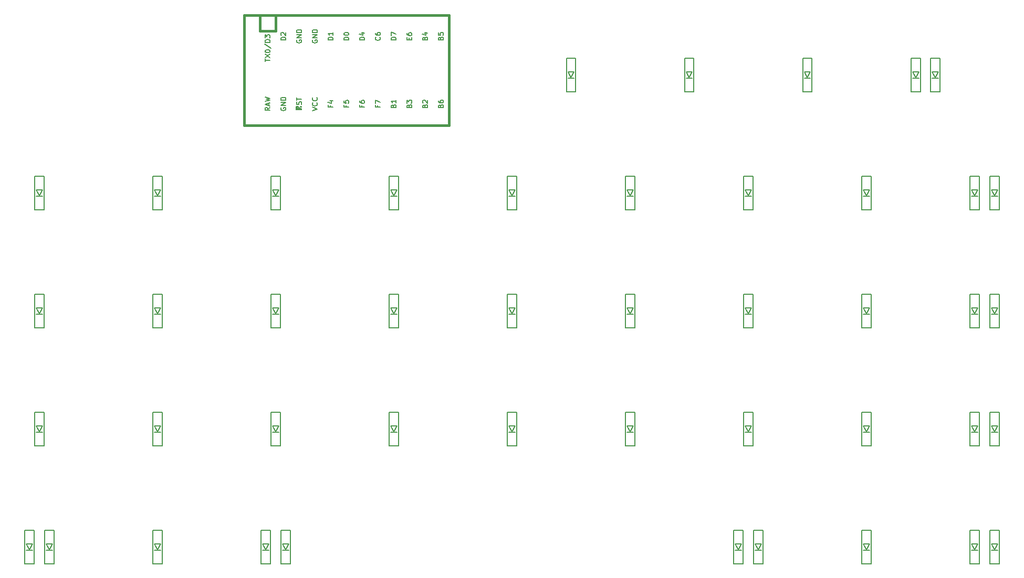
<source format=gto>
G04 #@! TF.GenerationSoftware,KiCad,Pcbnew,(5.1.4)-1*
G04 #@! TF.CreationDate,2021-09-01T11:52:26-10:00*
G04 #@! TF.ProjectId,oya45,6f796134-352e-46b6-9963-61645f706362,rev?*
G04 #@! TF.SameCoordinates,Original*
G04 #@! TF.FileFunction,Legend,Top*
G04 #@! TF.FilePolarity,Positive*
%FSLAX46Y46*%
G04 Gerber Fmt 4.6, Leading zero omitted, Abs format (unit mm)*
G04 Created by KiCad (PCBNEW (5.1.4)-1) date 2021-09-01 11:52:26*
%MOMM*%
%LPD*%
G04 APERTURE LIST*
%ADD10C,0.150000*%
%ADD11C,0.381000*%
%ADD12C,1.852000*%
%ADD13C,2.352000*%
%ADD14C,4.089800*%
%ADD15R,1.102000X1.502000*%
%ADD16R,1.854600X1.854600*%
%ADD17C,1.854600*%
%ADD18C,3.150000*%
G04 APERTURE END LIST*
D10*
X211887500Y-41593750D02*
X211887500Y-36193750D01*
X210387500Y-36193750D02*
X210387500Y-41593750D01*
X210387500Y-41593750D02*
X211887500Y-41593750D01*
X210387500Y-36193750D02*
X211887500Y-36193750D01*
X210637500Y-38393750D02*
X211637500Y-38393750D01*
X211637500Y-38393750D02*
X211137500Y-39293750D01*
X211137500Y-39293750D02*
X210637500Y-38393750D01*
X210637500Y-39393750D02*
X211637500Y-39393750D01*
X208712500Y-41593750D02*
X208712500Y-36193750D01*
X207212500Y-36193750D02*
X207212500Y-41593750D01*
X207212500Y-41593750D02*
X208712500Y-41593750D01*
X207212500Y-36193750D02*
X208712500Y-36193750D01*
X207462500Y-38393750D02*
X208462500Y-38393750D01*
X208462500Y-38393750D02*
X207962500Y-39293750D01*
X207962500Y-39293750D02*
X207462500Y-38393750D01*
X207462500Y-39393750D02*
X208462500Y-39393750D01*
X191250000Y-41593750D02*
X191250000Y-36193750D01*
X189750000Y-36193750D02*
X189750000Y-41593750D01*
X189750000Y-41593750D02*
X191250000Y-41593750D01*
X189750000Y-36193750D02*
X191250000Y-36193750D01*
X190000000Y-38393750D02*
X191000000Y-38393750D01*
X191000000Y-38393750D02*
X190500000Y-39293750D01*
X190500000Y-39293750D02*
X190000000Y-38393750D01*
X190000000Y-39393750D02*
X191000000Y-39393750D01*
X172200000Y-41593750D02*
X172200000Y-36193750D01*
X170700000Y-36193750D02*
X170700000Y-41593750D01*
X170700000Y-41593750D02*
X172200000Y-41593750D01*
X170700000Y-36193750D02*
X172200000Y-36193750D01*
X170950000Y-38393750D02*
X171950000Y-38393750D01*
X171950000Y-38393750D02*
X171450000Y-39293750D01*
X171450000Y-39293750D02*
X170950000Y-38393750D01*
X170950000Y-39393750D02*
X171950000Y-39393750D01*
X153150000Y-41593750D02*
X153150000Y-36193750D01*
X151650000Y-36193750D02*
X151650000Y-41593750D01*
X151650000Y-41593750D02*
X153150000Y-41593750D01*
X151650000Y-36193750D02*
X153150000Y-36193750D01*
X151900000Y-38393750D02*
X152900000Y-38393750D01*
X152900000Y-38393750D02*
X152400000Y-39293750D01*
X152400000Y-39293750D02*
X151900000Y-38393750D01*
X151900000Y-39393750D02*
X152900000Y-39393750D01*
X221412500Y-117793750D02*
X221412500Y-112393750D01*
X219912500Y-112393750D02*
X219912500Y-117793750D01*
X219912500Y-117793750D02*
X221412500Y-117793750D01*
X219912500Y-112393750D02*
X221412500Y-112393750D01*
X220162500Y-114593750D02*
X221162500Y-114593750D01*
X221162500Y-114593750D02*
X220662500Y-115493750D01*
X220662500Y-115493750D02*
X220162500Y-114593750D01*
X220162500Y-115593750D02*
X221162500Y-115593750D01*
X218237500Y-117793750D02*
X218237500Y-112393750D01*
X216737500Y-112393750D02*
X216737500Y-117793750D01*
X216737500Y-117793750D02*
X218237500Y-117793750D01*
X216737500Y-112393750D02*
X218237500Y-112393750D01*
X216987500Y-114593750D02*
X217987500Y-114593750D01*
X217987500Y-114593750D02*
X217487500Y-115493750D01*
X217487500Y-115493750D02*
X216987500Y-114593750D01*
X216987500Y-115593750D02*
X217987500Y-115593750D01*
X200775000Y-117793750D02*
X200775000Y-112393750D01*
X199275000Y-112393750D02*
X199275000Y-117793750D01*
X199275000Y-117793750D02*
X200775000Y-117793750D01*
X199275000Y-112393750D02*
X200775000Y-112393750D01*
X199525000Y-114593750D02*
X200525000Y-114593750D01*
X200525000Y-114593750D02*
X200025000Y-115493750D01*
X200025000Y-115493750D02*
X199525000Y-114593750D01*
X199525000Y-115593750D02*
X200525000Y-115593750D01*
X183312500Y-117793750D02*
X183312500Y-112393750D01*
X181812500Y-112393750D02*
X181812500Y-117793750D01*
X181812500Y-117793750D02*
X183312500Y-117793750D01*
X181812500Y-112393750D02*
X183312500Y-112393750D01*
X182062500Y-114593750D02*
X183062500Y-114593750D01*
X183062500Y-114593750D02*
X182562500Y-115493750D01*
X182562500Y-115493750D02*
X182062500Y-114593750D01*
X182062500Y-115593750D02*
X183062500Y-115593750D01*
X180137500Y-117793750D02*
X180137500Y-112393750D01*
X178637500Y-112393750D02*
X178637500Y-117793750D01*
X178637500Y-117793750D02*
X180137500Y-117793750D01*
X178637500Y-112393750D02*
X180137500Y-112393750D01*
X178887500Y-114593750D02*
X179887500Y-114593750D01*
X179887500Y-114593750D02*
X179387500Y-115493750D01*
X179387500Y-115493750D02*
X178887500Y-114593750D01*
X178887500Y-115593750D02*
X179887500Y-115593750D01*
X107112500Y-117793750D02*
X107112500Y-112393750D01*
X105612500Y-112393750D02*
X105612500Y-117793750D01*
X105612500Y-117793750D02*
X107112500Y-117793750D01*
X105612500Y-112393750D02*
X107112500Y-112393750D01*
X105862500Y-114593750D02*
X106862500Y-114593750D01*
X106862500Y-114593750D02*
X106362500Y-115493750D01*
X106362500Y-115493750D02*
X105862500Y-114593750D01*
X105862500Y-115593750D02*
X106862500Y-115593750D01*
X103937500Y-117793750D02*
X103937500Y-112393750D01*
X102437500Y-112393750D02*
X102437500Y-117793750D01*
X102437500Y-117793750D02*
X103937500Y-117793750D01*
X102437500Y-112393750D02*
X103937500Y-112393750D01*
X102687500Y-114593750D02*
X103687500Y-114593750D01*
X103687500Y-114593750D02*
X103187500Y-115493750D01*
X103187500Y-115493750D02*
X102687500Y-114593750D01*
X102687500Y-115593750D02*
X103687500Y-115593750D01*
X86475000Y-117793750D02*
X86475000Y-112393750D01*
X84975000Y-112393750D02*
X84975000Y-117793750D01*
X84975000Y-117793750D02*
X86475000Y-117793750D01*
X84975000Y-112393750D02*
X86475000Y-112393750D01*
X85225000Y-114593750D02*
X86225000Y-114593750D01*
X86225000Y-114593750D02*
X85725000Y-115493750D01*
X85725000Y-115493750D02*
X85225000Y-114593750D01*
X85225000Y-115593750D02*
X86225000Y-115593750D01*
X69012500Y-117793750D02*
X69012500Y-112393750D01*
X67512500Y-112393750D02*
X67512500Y-117793750D01*
X67512500Y-117793750D02*
X69012500Y-117793750D01*
X67512500Y-112393750D02*
X69012500Y-112393750D01*
X67762500Y-114593750D02*
X68762500Y-114593750D01*
X68762500Y-114593750D02*
X68262500Y-115493750D01*
X68262500Y-115493750D02*
X67762500Y-114593750D01*
X67762500Y-115593750D02*
X68762500Y-115593750D01*
X65837500Y-117793750D02*
X65837500Y-112393750D01*
X64337500Y-112393750D02*
X64337500Y-117793750D01*
X64337500Y-117793750D02*
X65837500Y-117793750D01*
X64337500Y-112393750D02*
X65837500Y-112393750D01*
X64587500Y-114593750D02*
X65587500Y-114593750D01*
X65587500Y-114593750D02*
X65087500Y-115493750D01*
X65087500Y-115493750D02*
X64587500Y-114593750D01*
X64587500Y-115593750D02*
X65587500Y-115593750D01*
X221412500Y-98743750D02*
X221412500Y-93343750D01*
X219912500Y-93343750D02*
X219912500Y-98743750D01*
X219912500Y-98743750D02*
X221412500Y-98743750D01*
X219912500Y-93343750D02*
X221412500Y-93343750D01*
X220162500Y-95543750D02*
X221162500Y-95543750D01*
X221162500Y-95543750D02*
X220662500Y-96443750D01*
X220662500Y-96443750D02*
X220162500Y-95543750D01*
X220162500Y-96543750D02*
X221162500Y-96543750D01*
X218237500Y-98743750D02*
X218237500Y-93343750D01*
X216737500Y-93343750D02*
X216737500Y-98743750D01*
X216737500Y-98743750D02*
X218237500Y-98743750D01*
X216737500Y-93343750D02*
X218237500Y-93343750D01*
X216987500Y-95543750D02*
X217987500Y-95543750D01*
X217987500Y-95543750D02*
X217487500Y-96443750D01*
X217487500Y-96443750D02*
X216987500Y-95543750D01*
X216987500Y-96543750D02*
X217987500Y-96543750D01*
X200775000Y-98743750D02*
X200775000Y-93343750D01*
X199275000Y-93343750D02*
X199275000Y-98743750D01*
X199275000Y-98743750D02*
X200775000Y-98743750D01*
X199275000Y-93343750D02*
X200775000Y-93343750D01*
X199525000Y-95543750D02*
X200525000Y-95543750D01*
X200525000Y-95543750D02*
X200025000Y-96443750D01*
X200025000Y-96443750D02*
X199525000Y-95543750D01*
X199525000Y-96543750D02*
X200525000Y-96543750D01*
X181725000Y-98743750D02*
X181725000Y-93343750D01*
X180225000Y-93343750D02*
X180225000Y-98743750D01*
X180225000Y-98743750D02*
X181725000Y-98743750D01*
X180225000Y-93343750D02*
X181725000Y-93343750D01*
X180475000Y-95543750D02*
X181475000Y-95543750D01*
X181475000Y-95543750D02*
X180975000Y-96443750D01*
X180975000Y-96443750D02*
X180475000Y-95543750D01*
X180475000Y-96543750D02*
X181475000Y-96543750D01*
X162675000Y-98743750D02*
X162675000Y-93343750D01*
X161175000Y-93343750D02*
X161175000Y-98743750D01*
X161175000Y-98743750D02*
X162675000Y-98743750D01*
X161175000Y-93343750D02*
X162675000Y-93343750D01*
X161425000Y-95543750D02*
X162425000Y-95543750D01*
X162425000Y-95543750D02*
X161925000Y-96443750D01*
X161925000Y-96443750D02*
X161425000Y-95543750D01*
X161425000Y-96543750D02*
X162425000Y-96543750D01*
X143625000Y-98743750D02*
X143625000Y-93343750D01*
X142125000Y-93343750D02*
X142125000Y-98743750D01*
X142125000Y-98743750D02*
X143625000Y-98743750D01*
X142125000Y-93343750D02*
X143625000Y-93343750D01*
X142375000Y-95543750D02*
X143375000Y-95543750D01*
X143375000Y-95543750D02*
X142875000Y-96443750D01*
X142875000Y-96443750D02*
X142375000Y-95543750D01*
X142375000Y-96543750D02*
X143375000Y-96543750D01*
X124575000Y-98743750D02*
X124575000Y-93343750D01*
X123075000Y-93343750D02*
X123075000Y-98743750D01*
X123075000Y-98743750D02*
X124575000Y-98743750D01*
X123075000Y-93343750D02*
X124575000Y-93343750D01*
X123325000Y-95543750D02*
X124325000Y-95543750D01*
X124325000Y-95543750D02*
X123825000Y-96443750D01*
X123825000Y-96443750D02*
X123325000Y-95543750D01*
X123325000Y-96543750D02*
X124325000Y-96543750D01*
X105525000Y-98743750D02*
X105525000Y-93343750D01*
X104025000Y-93343750D02*
X104025000Y-98743750D01*
X104025000Y-98743750D02*
X105525000Y-98743750D01*
X104025000Y-93343750D02*
X105525000Y-93343750D01*
X104275000Y-95543750D02*
X105275000Y-95543750D01*
X105275000Y-95543750D02*
X104775000Y-96443750D01*
X104775000Y-96443750D02*
X104275000Y-95543750D01*
X104275000Y-96543750D02*
X105275000Y-96543750D01*
X86475000Y-98743750D02*
X86475000Y-93343750D01*
X84975000Y-93343750D02*
X84975000Y-98743750D01*
X84975000Y-98743750D02*
X86475000Y-98743750D01*
X84975000Y-93343750D02*
X86475000Y-93343750D01*
X85225000Y-95543750D02*
X86225000Y-95543750D01*
X86225000Y-95543750D02*
X85725000Y-96443750D01*
X85725000Y-96443750D02*
X85225000Y-95543750D01*
X85225000Y-96543750D02*
X86225000Y-96543750D01*
X67425000Y-98743750D02*
X67425000Y-93343750D01*
X65925000Y-93343750D02*
X65925000Y-98743750D01*
X65925000Y-98743750D02*
X67425000Y-98743750D01*
X65925000Y-93343750D02*
X67425000Y-93343750D01*
X66175000Y-95543750D02*
X67175000Y-95543750D01*
X67175000Y-95543750D02*
X66675000Y-96443750D01*
X66675000Y-96443750D02*
X66175000Y-95543750D01*
X66175000Y-96543750D02*
X67175000Y-96543750D01*
X221412500Y-79693750D02*
X221412500Y-74293750D01*
X219912500Y-74293750D02*
X219912500Y-79693750D01*
X219912500Y-79693750D02*
X221412500Y-79693750D01*
X219912500Y-74293750D02*
X221412500Y-74293750D01*
X220162500Y-76493750D02*
X221162500Y-76493750D01*
X221162500Y-76493750D02*
X220662500Y-77393750D01*
X220662500Y-77393750D02*
X220162500Y-76493750D01*
X220162500Y-77493750D02*
X221162500Y-77493750D01*
X218237500Y-79693750D02*
X218237500Y-74293750D01*
X216737500Y-74293750D02*
X216737500Y-79693750D01*
X216737500Y-79693750D02*
X218237500Y-79693750D01*
X216737500Y-74293750D02*
X218237500Y-74293750D01*
X216987500Y-76493750D02*
X217987500Y-76493750D01*
X217987500Y-76493750D02*
X217487500Y-77393750D01*
X217487500Y-77393750D02*
X216987500Y-76493750D01*
X216987500Y-77493750D02*
X217987500Y-77493750D01*
X200775000Y-79693750D02*
X200775000Y-74293750D01*
X199275000Y-74293750D02*
X199275000Y-79693750D01*
X199275000Y-79693750D02*
X200775000Y-79693750D01*
X199275000Y-74293750D02*
X200775000Y-74293750D01*
X199525000Y-76493750D02*
X200525000Y-76493750D01*
X200525000Y-76493750D02*
X200025000Y-77393750D01*
X200025000Y-77393750D02*
X199525000Y-76493750D01*
X199525000Y-77493750D02*
X200525000Y-77493750D01*
X181725000Y-79693750D02*
X181725000Y-74293750D01*
X180225000Y-74293750D02*
X180225000Y-79693750D01*
X180225000Y-79693750D02*
X181725000Y-79693750D01*
X180225000Y-74293750D02*
X181725000Y-74293750D01*
X180475000Y-76493750D02*
X181475000Y-76493750D01*
X181475000Y-76493750D02*
X180975000Y-77393750D01*
X180975000Y-77393750D02*
X180475000Y-76493750D01*
X180475000Y-77493750D02*
X181475000Y-77493750D01*
X162675000Y-79693750D02*
X162675000Y-74293750D01*
X161175000Y-74293750D02*
X161175000Y-79693750D01*
X161175000Y-79693750D02*
X162675000Y-79693750D01*
X161175000Y-74293750D02*
X162675000Y-74293750D01*
X161425000Y-76493750D02*
X162425000Y-76493750D01*
X162425000Y-76493750D02*
X161925000Y-77393750D01*
X161925000Y-77393750D02*
X161425000Y-76493750D01*
X161425000Y-77493750D02*
X162425000Y-77493750D01*
X143625000Y-79693750D02*
X143625000Y-74293750D01*
X142125000Y-74293750D02*
X142125000Y-79693750D01*
X142125000Y-79693750D02*
X143625000Y-79693750D01*
X142125000Y-74293750D02*
X143625000Y-74293750D01*
X142375000Y-76493750D02*
X143375000Y-76493750D01*
X143375000Y-76493750D02*
X142875000Y-77393750D01*
X142875000Y-77393750D02*
X142375000Y-76493750D01*
X142375000Y-77493750D02*
X143375000Y-77493750D01*
X124575000Y-79693750D02*
X124575000Y-74293750D01*
X123075000Y-74293750D02*
X123075000Y-79693750D01*
X123075000Y-79693750D02*
X124575000Y-79693750D01*
X123075000Y-74293750D02*
X124575000Y-74293750D01*
X123325000Y-76493750D02*
X124325000Y-76493750D01*
X124325000Y-76493750D02*
X123825000Y-77393750D01*
X123825000Y-77393750D02*
X123325000Y-76493750D01*
X123325000Y-77493750D02*
X124325000Y-77493750D01*
X105525000Y-79693750D02*
X105525000Y-74293750D01*
X104025000Y-74293750D02*
X104025000Y-79693750D01*
X104025000Y-79693750D02*
X105525000Y-79693750D01*
X104025000Y-74293750D02*
X105525000Y-74293750D01*
X104275000Y-76493750D02*
X105275000Y-76493750D01*
X105275000Y-76493750D02*
X104775000Y-77393750D01*
X104775000Y-77393750D02*
X104275000Y-76493750D01*
X104275000Y-77493750D02*
X105275000Y-77493750D01*
X86475000Y-79693750D02*
X86475000Y-74293750D01*
X84975000Y-74293750D02*
X84975000Y-79693750D01*
X84975000Y-79693750D02*
X86475000Y-79693750D01*
X84975000Y-74293750D02*
X86475000Y-74293750D01*
X85225000Y-76493750D02*
X86225000Y-76493750D01*
X86225000Y-76493750D02*
X85725000Y-77393750D01*
X85725000Y-77393750D02*
X85225000Y-76493750D01*
X85225000Y-77493750D02*
X86225000Y-77493750D01*
X67425000Y-79693750D02*
X67425000Y-74293750D01*
X65925000Y-74293750D02*
X65925000Y-79693750D01*
X65925000Y-79693750D02*
X67425000Y-79693750D01*
X65925000Y-74293750D02*
X67425000Y-74293750D01*
X66175000Y-76493750D02*
X67175000Y-76493750D01*
X67175000Y-76493750D02*
X66675000Y-77393750D01*
X66675000Y-77393750D02*
X66175000Y-76493750D01*
X66175000Y-77493750D02*
X67175000Y-77493750D01*
X221412500Y-60643750D02*
X221412500Y-55243750D01*
X219912500Y-55243750D02*
X219912500Y-60643750D01*
X219912500Y-60643750D02*
X221412500Y-60643750D01*
X219912500Y-55243750D02*
X221412500Y-55243750D01*
X220162500Y-57443750D02*
X221162500Y-57443750D01*
X221162500Y-57443750D02*
X220662500Y-58343750D01*
X220662500Y-58343750D02*
X220162500Y-57443750D01*
X220162500Y-58443750D02*
X221162500Y-58443750D01*
X218237500Y-60643750D02*
X218237500Y-55243750D01*
X216737500Y-55243750D02*
X216737500Y-60643750D01*
X216737500Y-60643750D02*
X218237500Y-60643750D01*
X216737500Y-55243750D02*
X218237500Y-55243750D01*
X216987500Y-57443750D02*
X217987500Y-57443750D01*
X217987500Y-57443750D02*
X217487500Y-58343750D01*
X217487500Y-58343750D02*
X216987500Y-57443750D01*
X216987500Y-58443750D02*
X217987500Y-58443750D01*
X200775000Y-60643750D02*
X200775000Y-55243750D01*
X199275000Y-55243750D02*
X199275000Y-60643750D01*
X199275000Y-60643750D02*
X200775000Y-60643750D01*
X199275000Y-55243750D02*
X200775000Y-55243750D01*
X199525000Y-57443750D02*
X200525000Y-57443750D01*
X200525000Y-57443750D02*
X200025000Y-58343750D01*
X200025000Y-58343750D02*
X199525000Y-57443750D01*
X199525000Y-58443750D02*
X200525000Y-58443750D01*
X181725000Y-60643750D02*
X181725000Y-55243750D01*
X180225000Y-55243750D02*
X180225000Y-60643750D01*
X180225000Y-60643750D02*
X181725000Y-60643750D01*
X180225000Y-55243750D02*
X181725000Y-55243750D01*
X180475000Y-57443750D02*
X181475000Y-57443750D01*
X181475000Y-57443750D02*
X180975000Y-58343750D01*
X180975000Y-58343750D02*
X180475000Y-57443750D01*
X180475000Y-58443750D02*
X181475000Y-58443750D01*
X162675000Y-60643750D02*
X162675000Y-55243750D01*
X161175000Y-55243750D02*
X161175000Y-60643750D01*
X161175000Y-60643750D02*
X162675000Y-60643750D01*
X161175000Y-55243750D02*
X162675000Y-55243750D01*
X161425000Y-57443750D02*
X162425000Y-57443750D01*
X162425000Y-57443750D02*
X161925000Y-58343750D01*
X161925000Y-58343750D02*
X161425000Y-57443750D01*
X161425000Y-58443750D02*
X162425000Y-58443750D01*
X143625000Y-60643750D02*
X143625000Y-55243750D01*
X142125000Y-55243750D02*
X142125000Y-60643750D01*
X142125000Y-60643750D02*
X143625000Y-60643750D01*
X142125000Y-55243750D02*
X143625000Y-55243750D01*
X142375000Y-57443750D02*
X143375000Y-57443750D01*
X143375000Y-57443750D02*
X142875000Y-58343750D01*
X142875000Y-58343750D02*
X142375000Y-57443750D01*
X142375000Y-58443750D02*
X143375000Y-58443750D01*
X124575000Y-60643750D02*
X124575000Y-55243750D01*
X123075000Y-55243750D02*
X123075000Y-60643750D01*
X123075000Y-60643750D02*
X124575000Y-60643750D01*
X123075000Y-55243750D02*
X124575000Y-55243750D01*
X123325000Y-57443750D02*
X124325000Y-57443750D01*
X124325000Y-57443750D02*
X123825000Y-58343750D01*
X123825000Y-58343750D02*
X123325000Y-57443750D01*
X123325000Y-58443750D02*
X124325000Y-58443750D01*
X105525000Y-60643750D02*
X105525000Y-55243750D01*
X104025000Y-55243750D02*
X104025000Y-60643750D01*
X104025000Y-60643750D02*
X105525000Y-60643750D01*
X104025000Y-55243750D02*
X105525000Y-55243750D01*
X104275000Y-57443750D02*
X105275000Y-57443750D01*
X105275000Y-57443750D02*
X104775000Y-58343750D01*
X104775000Y-58343750D02*
X104275000Y-57443750D01*
X104275000Y-58443750D02*
X105275000Y-58443750D01*
X86475000Y-60643750D02*
X86475000Y-55243750D01*
X84975000Y-55243750D02*
X84975000Y-60643750D01*
X84975000Y-60643750D02*
X86475000Y-60643750D01*
X84975000Y-55243750D02*
X86475000Y-55243750D01*
X85225000Y-57443750D02*
X86225000Y-57443750D01*
X86225000Y-57443750D02*
X85725000Y-58343750D01*
X85725000Y-58343750D02*
X85225000Y-57443750D01*
X85225000Y-58443750D02*
X86225000Y-58443750D01*
X67425000Y-60643750D02*
X67425000Y-55243750D01*
X65925000Y-55243750D02*
X65925000Y-60643750D01*
X65925000Y-60643750D02*
X67425000Y-60643750D01*
X65925000Y-55243750D02*
X67425000Y-55243750D01*
X66175000Y-57443750D02*
X67175000Y-57443750D01*
X67175000Y-57443750D02*
X66675000Y-58343750D01*
X66675000Y-58343750D02*
X66175000Y-57443750D01*
X66175000Y-58443750D02*
X67175000Y-58443750D01*
D11*
X104775000Y-31750000D02*
X104775000Y-29210000D01*
X102235000Y-31750000D02*
X104775000Y-31750000D01*
D10*
G36*
X108524030Y-44144635D02*
G01*
X108624030Y-44144635D01*
X108624030Y-44244635D01*
X108524030Y-44244635D01*
X108524030Y-44144635D01*
G37*
X108524030Y-44144635D02*
X108624030Y-44144635D01*
X108624030Y-44244635D01*
X108524030Y-44244635D01*
X108524030Y-44144635D01*
G36*
X108124030Y-44344635D02*
G01*
X108924030Y-44344635D01*
X108924030Y-44444635D01*
X108124030Y-44444635D01*
X108124030Y-44344635D01*
G37*
X108124030Y-44344635D02*
X108924030Y-44344635D01*
X108924030Y-44444635D01*
X108124030Y-44444635D01*
X108124030Y-44344635D01*
G36*
X108724030Y-43944635D02*
G01*
X108924030Y-43944635D01*
X108924030Y-44044635D01*
X108724030Y-44044635D01*
X108724030Y-43944635D01*
G37*
X108724030Y-43944635D02*
X108924030Y-43944635D01*
X108924030Y-44044635D01*
X108724030Y-44044635D01*
X108724030Y-43944635D01*
G36*
X108124030Y-43944635D02*
G01*
X108424030Y-43944635D01*
X108424030Y-44044635D01*
X108124030Y-44044635D01*
X108124030Y-43944635D01*
G37*
X108124030Y-43944635D02*
X108424030Y-43944635D01*
X108424030Y-44044635D01*
X108124030Y-44044635D01*
X108124030Y-43944635D01*
G36*
X108124030Y-43944635D02*
G01*
X108224030Y-43944635D01*
X108224030Y-44444635D01*
X108124030Y-44444635D01*
X108124030Y-43944635D01*
G37*
X108124030Y-43944635D02*
X108224030Y-43944635D01*
X108224030Y-44444635D01*
X108124030Y-44444635D01*
X108124030Y-43944635D01*
D11*
X132715000Y-46990000D02*
X99695000Y-46990000D01*
X132715000Y-29210000D02*
X132715000Y-46990000D01*
X99695000Y-29210000D02*
X132715000Y-29210000D01*
X99695000Y-46990000D02*
X99695000Y-29210000D01*
X102235000Y-31750000D02*
X102235000Y-29210000D01*
D10*
X106406904Y-33229476D02*
X105606904Y-33229476D01*
X105606904Y-33039000D01*
X105645000Y-32924714D01*
X105721190Y-32848523D01*
X105797380Y-32810428D01*
X105949761Y-32772333D01*
X106064047Y-32772333D01*
X106216428Y-32810428D01*
X106292619Y-32848523D01*
X106368809Y-32924714D01*
X106406904Y-33039000D01*
X106406904Y-33229476D01*
X105683095Y-32467571D02*
X105645000Y-32429476D01*
X105606904Y-32353285D01*
X105606904Y-32162809D01*
X105645000Y-32086619D01*
X105683095Y-32048523D01*
X105759285Y-32010428D01*
X105835476Y-32010428D01*
X105949761Y-32048523D01*
X106406904Y-32505666D01*
X106406904Y-32010428D01*
X116566904Y-33229476D02*
X115766904Y-33229476D01*
X115766904Y-33039000D01*
X115805000Y-32924714D01*
X115881190Y-32848523D01*
X115957380Y-32810428D01*
X116109761Y-32772333D01*
X116224047Y-32772333D01*
X116376428Y-32810428D01*
X116452619Y-32848523D01*
X116528809Y-32924714D01*
X116566904Y-33039000D01*
X116566904Y-33229476D01*
X115766904Y-32277095D02*
X115766904Y-32200904D01*
X115805000Y-32124714D01*
X115843095Y-32086619D01*
X115919285Y-32048523D01*
X116071666Y-32010428D01*
X116262142Y-32010428D01*
X116414523Y-32048523D01*
X116490714Y-32086619D01*
X116528809Y-32124714D01*
X116566904Y-32200904D01*
X116566904Y-32277095D01*
X116528809Y-32353285D01*
X116490714Y-32391380D01*
X116414523Y-32429476D01*
X116262142Y-32467571D01*
X116071666Y-32467571D01*
X115919285Y-32429476D01*
X115843095Y-32391380D01*
X115805000Y-32353285D01*
X115766904Y-32277095D01*
X114026904Y-33229476D02*
X113226904Y-33229476D01*
X113226904Y-33039000D01*
X113265000Y-32924714D01*
X113341190Y-32848523D01*
X113417380Y-32810428D01*
X113569761Y-32772333D01*
X113684047Y-32772333D01*
X113836428Y-32810428D01*
X113912619Y-32848523D01*
X113988809Y-32924714D01*
X114026904Y-33039000D01*
X114026904Y-33229476D01*
X114026904Y-32010428D02*
X114026904Y-32467571D01*
X114026904Y-32239000D02*
X113226904Y-32239000D01*
X113341190Y-32315190D01*
X113417380Y-32391380D01*
X113455476Y-32467571D01*
X110725000Y-33248523D02*
X110686904Y-33324714D01*
X110686904Y-33439000D01*
X110725000Y-33553285D01*
X110801190Y-33629476D01*
X110877380Y-33667571D01*
X111029761Y-33705666D01*
X111144047Y-33705666D01*
X111296428Y-33667571D01*
X111372619Y-33629476D01*
X111448809Y-33553285D01*
X111486904Y-33439000D01*
X111486904Y-33362809D01*
X111448809Y-33248523D01*
X111410714Y-33210428D01*
X111144047Y-33210428D01*
X111144047Y-33362809D01*
X111486904Y-32867571D02*
X110686904Y-32867571D01*
X111486904Y-32410428D01*
X110686904Y-32410428D01*
X111486904Y-32029476D02*
X110686904Y-32029476D01*
X110686904Y-31839000D01*
X110725000Y-31724714D01*
X110801190Y-31648523D01*
X110877380Y-31610428D01*
X111029761Y-31572333D01*
X111144047Y-31572333D01*
X111296428Y-31610428D01*
X111372619Y-31648523D01*
X111448809Y-31724714D01*
X111486904Y-31839000D01*
X111486904Y-32029476D01*
X108185000Y-33248523D02*
X108146904Y-33324714D01*
X108146904Y-33439000D01*
X108185000Y-33553285D01*
X108261190Y-33629476D01*
X108337380Y-33667571D01*
X108489761Y-33705666D01*
X108604047Y-33705666D01*
X108756428Y-33667571D01*
X108832619Y-33629476D01*
X108908809Y-33553285D01*
X108946904Y-33439000D01*
X108946904Y-33362809D01*
X108908809Y-33248523D01*
X108870714Y-33210428D01*
X108604047Y-33210428D01*
X108604047Y-33362809D01*
X108946904Y-32867571D02*
X108146904Y-32867571D01*
X108946904Y-32410428D01*
X108146904Y-32410428D01*
X108946904Y-32029476D02*
X108146904Y-32029476D01*
X108146904Y-31839000D01*
X108185000Y-31724714D01*
X108261190Y-31648523D01*
X108337380Y-31610428D01*
X108489761Y-31572333D01*
X108604047Y-31572333D01*
X108756428Y-31610428D01*
X108832619Y-31648523D01*
X108908809Y-31724714D01*
X108946904Y-31839000D01*
X108946904Y-32029476D01*
X119106904Y-33229476D02*
X118306904Y-33229476D01*
X118306904Y-33039000D01*
X118345000Y-32924714D01*
X118421190Y-32848523D01*
X118497380Y-32810428D01*
X118649761Y-32772333D01*
X118764047Y-32772333D01*
X118916428Y-32810428D01*
X118992619Y-32848523D01*
X119068809Y-32924714D01*
X119106904Y-33039000D01*
X119106904Y-33229476D01*
X118573571Y-32086619D02*
X119106904Y-32086619D01*
X118268809Y-32277095D02*
X118840238Y-32467571D01*
X118840238Y-31972333D01*
X121570714Y-32772333D02*
X121608809Y-32810428D01*
X121646904Y-32924714D01*
X121646904Y-33000904D01*
X121608809Y-33115190D01*
X121532619Y-33191380D01*
X121456428Y-33229476D01*
X121304047Y-33267571D01*
X121189761Y-33267571D01*
X121037380Y-33229476D01*
X120961190Y-33191380D01*
X120885000Y-33115190D01*
X120846904Y-33000904D01*
X120846904Y-32924714D01*
X120885000Y-32810428D01*
X120923095Y-32772333D01*
X120846904Y-32086619D02*
X120846904Y-32239000D01*
X120885000Y-32315190D01*
X120923095Y-32353285D01*
X121037380Y-32429476D01*
X121189761Y-32467571D01*
X121494523Y-32467571D01*
X121570714Y-32429476D01*
X121608809Y-32391380D01*
X121646904Y-32315190D01*
X121646904Y-32162809D01*
X121608809Y-32086619D01*
X121570714Y-32048523D01*
X121494523Y-32010428D01*
X121304047Y-32010428D01*
X121227857Y-32048523D01*
X121189761Y-32086619D01*
X121151666Y-32162809D01*
X121151666Y-32315190D01*
X121189761Y-32391380D01*
X121227857Y-32429476D01*
X121304047Y-32467571D01*
X124186904Y-33229476D02*
X123386904Y-33229476D01*
X123386904Y-33039000D01*
X123425000Y-32924714D01*
X123501190Y-32848523D01*
X123577380Y-32810428D01*
X123729761Y-32772333D01*
X123844047Y-32772333D01*
X123996428Y-32810428D01*
X124072619Y-32848523D01*
X124148809Y-32924714D01*
X124186904Y-33039000D01*
X124186904Y-33229476D01*
X123386904Y-32505666D02*
X123386904Y-31972333D01*
X124186904Y-32315190D01*
X126307857Y-33191380D02*
X126307857Y-32924714D01*
X126726904Y-32810428D02*
X126726904Y-33191380D01*
X125926904Y-33191380D01*
X125926904Y-32810428D01*
X125926904Y-32124714D02*
X125926904Y-32277095D01*
X125965000Y-32353285D01*
X126003095Y-32391380D01*
X126117380Y-32467571D01*
X126269761Y-32505666D01*
X126574523Y-32505666D01*
X126650714Y-32467571D01*
X126688809Y-32429476D01*
X126726904Y-32353285D01*
X126726904Y-32200904D01*
X126688809Y-32124714D01*
X126650714Y-32086619D01*
X126574523Y-32048523D01*
X126384047Y-32048523D01*
X126307857Y-32086619D01*
X126269761Y-32124714D01*
X126231666Y-32200904D01*
X126231666Y-32353285D01*
X126269761Y-32429476D01*
X126307857Y-32467571D01*
X126384047Y-32505666D01*
X128847857Y-32962809D02*
X128885952Y-32848523D01*
X128924047Y-32810428D01*
X129000238Y-32772333D01*
X129114523Y-32772333D01*
X129190714Y-32810428D01*
X129228809Y-32848523D01*
X129266904Y-32924714D01*
X129266904Y-33229476D01*
X128466904Y-33229476D01*
X128466904Y-32962809D01*
X128505000Y-32886619D01*
X128543095Y-32848523D01*
X128619285Y-32810428D01*
X128695476Y-32810428D01*
X128771666Y-32848523D01*
X128809761Y-32886619D01*
X128847857Y-32962809D01*
X128847857Y-33229476D01*
X128733571Y-32086619D02*
X129266904Y-32086619D01*
X128428809Y-32277095D02*
X129000238Y-32467571D01*
X129000238Y-31972333D01*
X131387857Y-32962809D02*
X131425952Y-32848523D01*
X131464047Y-32810428D01*
X131540238Y-32772333D01*
X131654523Y-32772333D01*
X131730714Y-32810428D01*
X131768809Y-32848523D01*
X131806904Y-32924714D01*
X131806904Y-33229476D01*
X131006904Y-33229476D01*
X131006904Y-32962809D01*
X131045000Y-32886619D01*
X131083095Y-32848523D01*
X131159285Y-32810428D01*
X131235476Y-32810428D01*
X131311666Y-32848523D01*
X131349761Y-32886619D01*
X131387857Y-32962809D01*
X131387857Y-33229476D01*
X131006904Y-32048523D02*
X131006904Y-32429476D01*
X131387857Y-32467571D01*
X131349761Y-32429476D01*
X131311666Y-32353285D01*
X131311666Y-32162809D01*
X131349761Y-32086619D01*
X131387857Y-32048523D01*
X131464047Y-32010428D01*
X131654523Y-32010428D01*
X131730714Y-32048523D01*
X131768809Y-32086619D01*
X131806904Y-32162809D01*
X131806904Y-32353285D01*
X131768809Y-32429476D01*
X131730714Y-32467571D01*
X131387857Y-43884809D02*
X131425952Y-43770523D01*
X131464047Y-43732428D01*
X131540238Y-43694333D01*
X131654523Y-43694333D01*
X131730714Y-43732428D01*
X131768809Y-43770523D01*
X131806904Y-43846714D01*
X131806904Y-44151476D01*
X131006904Y-44151476D01*
X131006904Y-43884809D01*
X131045000Y-43808619D01*
X131083095Y-43770523D01*
X131159285Y-43732428D01*
X131235476Y-43732428D01*
X131311666Y-43770523D01*
X131349761Y-43808619D01*
X131387857Y-43884809D01*
X131387857Y-44151476D01*
X131006904Y-43008619D02*
X131006904Y-43161000D01*
X131045000Y-43237190D01*
X131083095Y-43275285D01*
X131197380Y-43351476D01*
X131349761Y-43389571D01*
X131654523Y-43389571D01*
X131730714Y-43351476D01*
X131768809Y-43313380D01*
X131806904Y-43237190D01*
X131806904Y-43084809D01*
X131768809Y-43008619D01*
X131730714Y-42970523D01*
X131654523Y-42932428D01*
X131464047Y-42932428D01*
X131387857Y-42970523D01*
X131349761Y-43008619D01*
X131311666Y-43084809D01*
X131311666Y-43237190D01*
X131349761Y-43313380D01*
X131387857Y-43351476D01*
X131464047Y-43389571D01*
X126307857Y-43884809D02*
X126345952Y-43770523D01*
X126384047Y-43732428D01*
X126460238Y-43694333D01*
X126574523Y-43694333D01*
X126650714Y-43732428D01*
X126688809Y-43770523D01*
X126726904Y-43846714D01*
X126726904Y-44151476D01*
X125926904Y-44151476D01*
X125926904Y-43884809D01*
X125965000Y-43808619D01*
X126003095Y-43770523D01*
X126079285Y-43732428D01*
X126155476Y-43732428D01*
X126231666Y-43770523D01*
X126269761Y-43808619D01*
X126307857Y-43884809D01*
X126307857Y-44151476D01*
X125926904Y-43427666D02*
X125926904Y-42932428D01*
X126231666Y-43199095D01*
X126231666Y-43084809D01*
X126269761Y-43008619D01*
X126307857Y-42970523D01*
X126384047Y-42932428D01*
X126574523Y-42932428D01*
X126650714Y-42970523D01*
X126688809Y-43008619D01*
X126726904Y-43084809D01*
X126726904Y-43313380D01*
X126688809Y-43389571D01*
X126650714Y-43427666D01*
X123767857Y-43884809D02*
X123805952Y-43770523D01*
X123844047Y-43732428D01*
X123920238Y-43694333D01*
X124034523Y-43694333D01*
X124110714Y-43732428D01*
X124148809Y-43770523D01*
X124186904Y-43846714D01*
X124186904Y-44151476D01*
X123386904Y-44151476D01*
X123386904Y-43884809D01*
X123425000Y-43808619D01*
X123463095Y-43770523D01*
X123539285Y-43732428D01*
X123615476Y-43732428D01*
X123691666Y-43770523D01*
X123729761Y-43808619D01*
X123767857Y-43884809D01*
X123767857Y-44151476D01*
X124186904Y-42932428D02*
X124186904Y-43389571D01*
X124186904Y-43161000D02*
X123386904Y-43161000D01*
X123501190Y-43237190D01*
X123577380Y-43313380D01*
X123615476Y-43389571D01*
X113607857Y-43827666D02*
X113607857Y-44094333D01*
X114026904Y-44094333D02*
X113226904Y-44094333D01*
X113226904Y-43713380D01*
X113493571Y-43065761D02*
X114026904Y-43065761D01*
X113188809Y-43256238D02*
X113760238Y-43446714D01*
X113760238Y-42951476D01*
X110686904Y-44627666D02*
X111486904Y-44361000D01*
X110686904Y-44094333D01*
X111410714Y-43370523D02*
X111448809Y-43408619D01*
X111486904Y-43522904D01*
X111486904Y-43599095D01*
X111448809Y-43713380D01*
X111372619Y-43789571D01*
X111296428Y-43827666D01*
X111144047Y-43865761D01*
X111029761Y-43865761D01*
X110877380Y-43827666D01*
X110801190Y-43789571D01*
X110725000Y-43713380D01*
X110686904Y-43599095D01*
X110686904Y-43522904D01*
X110725000Y-43408619D01*
X110763095Y-43370523D01*
X111410714Y-42570523D02*
X111448809Y-42608619D01*
X111486904Y-42722904D01*
X111486904Y-42799095D01*
X111448809Y-42913380D01*
X111372619Y-42989571D01*
X111296428Y-43027666D01*
X111144047Y-43065761D01*
X111029761Y-43065761D01*
X110877380Y-43027666D01*
X110801190Y-42989571D01*
X110725000Y-42913380D01*
X110686904Y-42799095D01*
X110686904Y-42722904D01*
X110725000Y-42608619D01*
X110763095Y-42570523D01*
X105645000Y-44170523D02*
X105606904Y-44246714D01*
X105606904Y-44361000D01*
X105645000Y-44475285D01*
X105721190Y-44551476D01*
X105797380Y-44589571D01*
X105949761Y-44627666D01*
X106064047Y-44627666D01*
X106216428Y-44589571D01*
X106292619Y-44551476D01*
X106368809Y-44475285D01*
X106406904Y-44361000D01*
X106406904Y-44284809D01*
X106368809Y-44170523D01*
X106330714Y-44132428D01*
X106064047Y-44132428D01*
X106064047Y-44284809D01*
X106406904Y-43789571D02*
X105606904Y-43789571D01*
X106406904Y-43332428D01*
X105606904Y-43332428D01*
X106406904Y-42951476D02*
X105606904Y-42951476D01*
X105606904Y-42761000D01*
X105645000Y-42646714D01*
X105721190Y-42570523D01*
X105797380Y-42532428D01*
X105949761Y-42494333D01*
X106064047Y-42494333D01*
X106216428Y-42532428D01*
X106292619Y-42570523D01*
X106368809Y-42646714D01*
X106406904Y-42761000D01*
X106406904Y-42951476D01*
X103866904Y-44113380D02*
X103485952Y-44380047D01*
X103866904Y-44570523D02*
X103066904Y-44570523D01*
X103066904Y-44265761D01*
X103105000Y-44189571D01*
X103143095Y-44151476D01*
X103219285Y-44113380D01*
X103333571Y-44113380D01*
X103409761Y-44151476D01*
X103447857Y-44189571D01*
X103485952Y-44265761D01*
X103485952Y-44570523D01*
X103638333Y-43808619D02*
X103638333Y-43427666D01*
X103866904Y-43884809D02*
X103066904Y-43618142D01*
X103866904Y-43351476D01*
X103066904Y-43161000D02*
X103866904Y-42970523D01*
X103295476Y-42818142D01*
X103866904Y-42665761D01*
X103066904Y-42475285D01*
X116147857Y-43827666D02*
X116147857Y-44094333D01*
X116566904Y-44094333D02*
X115766904Y-44094333D01*
X115766904Y-43713380D01*
X115766904Y-43027666D02*
X115766904Y-43408619D01*
X116147857Y-43446714D01*
X116109761Y-43408619D01*
X116071666Y-43332428D01*
X116071666Y-43141952D01*
X116109761Y-43065761D01*
X116147857Y-43027666D01*
X116224047Y-42989571D01*
X116414523Y-42989571D01*
X116490714Y-43027666D01*
X116528809Y-43065761D01*
X116566904Y-43141952D01*
X116566904Y-43332428D01*
X116528809Y-43408619D01*
X116490714Y-43446714D01*
X118687857Y-43827666D02*
X118687857Y-44094333D01*
X119106904Y-44094333D02*
X118306904Y-44094333D01*
X118306904Y-43713380D01*
X118306904Y-43065761D02*
X118306904Y-43218142D01*
X118345000Y-43294333D01*
X118383095Y-43332428D01*
X118497380Y-43408619D01*
X118649761Y-43446714D01*
X118954523Y-43446714D01*
X119030714Y-43408619D01*
X119068809Y-43370523D01*
X119106904Y-43294333D01*
X119106904Y-43141952D01*
X119068809Y-43065761D01*
X119030714Y-43027666D01*
X118954523Y-42989571D01*
X118764047Y-42989571D01*
X118687857Y-43027666D01*
X118649761Y-43065761D01*
X118611666Y-43141952D01*
X118611666Y-43294333D01*
X118649761Y-43370523D01*
X118687857Y-43408619D01*
X118764047Y-43446714D01*
X121227857Y-43827666D02*
X121227857Y-44094333D01*
X121646904Y-44094333D02*
X120846904Y-44094333D01*
X120846904Y-43713380D01*
X120846904Y-43484809D02*
X120846904Y-42951476D01*
X121646904Y-43294333D01*
X128847857Y-43884809D02*
X128885952Y-43770523D01*
X128924047Y-43732428D01*
X129000238Y-43694333D01*
X129114523Y-43694333D01*
X129190714Y-43732428D01*
X129228809Y-43770523D01*
X129266904Y-43846714D01*
X129266904Y-44151476D01*
X128466904Y-44151476D01*
X128466904Y-43884809D01*
X128505000Y-43808619D01*
X128543095Y-43770523D01*
X128619285Y-43732428D01*
X128695476Y-43732428D01*
X128771666Y-43770523D01*
X128809761Y-43808619D01*
X128847857Y-43884809D01*
X128847857Y-44151476D01*
X128543095Y-43389571D02*
X128505000Y-43351476D01*
X128466904Y-43275285D01*
X128466904Y-43084809D01*
X128505000Y-43008619D01*
X128543095Y-42970523D01*
X128619285Y-42932428D01*
X128695476Y-42932428D01*
X128809761Y-42970523D01*
X129266904Y-43427666D01*
X129266904Y-42932428D01*
X103066904Y-36718604D02*
X103066904Y-36261461D01*
X103866904Y-36490032D02*
X103066904Y-36490032D01*
X103066904Y-36070985D02*
X103866904Y-35537651D01*
X103066904Y-35537651D02*
X103866904Y-36070985D01*
X103066904Y-35080508D02*
X103066904Y-35004318D01*
X103105000Y-34928128D01*
X103143095Y-34890032D01*
X103219285Y-34851937D01*
X103371666Y-34813842D01*
X103562142Y-34813842D01*
X103714523Y-34851937D01*
X103790714Y-34890032D01*
X103828809Y-34928128D01*
X103866904Y-35004318D01*
X103866904Y-35080508D01*
X103828809Y-35156699D01*
X103790714Y-35194794D01*
X103714523Y-35232889D01*
X103562142Y-35270985D01*
X103371666Y-35270985D01*
X103219285Y-35232889D01*
X103143095Y-35194794D01*
X103105000Y-35156699D01*
X103066904Y-35080508D01*
X103028809Y-33899556D02*
X104057380Y-34585270D01*
X103866904Y-33632889D02*
X103066904Y-33632889D01*
X103066904Y-33442413D01*
X103105000Y-33328128D01*
X103181190Y-33251937D01*
X103257380Y-33213842D01*
X103409761Y-33175747D01*
X103524047Y-33175747D01*
X103676428Y-33213842D01*
X103752619Y-33251937D01*
X103828809Y-33328128D01*
X103866904Y-33442413D01*
X103866904Y-33632889D01*
X103066904Y-32909080D02*
X103066904Y-32413842D01*
X103371666Y-32680508D01*
X103371666Y-32566223D01*
X103409761Y-32490032D01*
X103447857Y-32451937D01*
X103524047Y-32413842D01*
X103714523Y-32413842D01*
X103790714Y-32451937D01*
X103828809Y-32490032D01*
X103866904Y-32566223D01*
X103866904Y-32794794D01*
X103828809Y-32870985D01*
X103790714Y-32909080D01*
X108888809Y-43673333D02*
X108926904Y-43559047D01*
X108926904Y-43368571D01*
X108888809Y-43292380D01*
X108850714Y-43254285D01*
X108774523Y-43216190D01*
X108698333Y-43216190D01*
X108622142Y-43254285D01*
X108584047Y-43292380D01*
X108545952Y-43368571D01*
X108507857Y-43520952D01*
X108469761Y-43597142D01*
X108431666Y-43635238D01*
X108355476Y-43673333D01*
X108279285Y-43673333D01*
X108203095Y-43635238D01*
X108165000Y-43597142D01*
X108126904Y-43520952D01*
X108126904Y-43330476D01*
X108165000Y-43216190D01*
X108126904Y-42987619D02*
X108126904Y-42530476D01*
X108926904Y-42759047D02*
X108126904Y-42759047D01*
%LPC*%
D12*
X90170000Y-114300000D03*
X100330000Y-114300000D03*
D13*
X99060000Y-111760000D03*
D14*
X95250000Y-114300000D03*
D13*
X92710000Y-109220000D03*
D12*
X166370000Y-114300000D03*
X176530000Y-114300000D03*
D13*
X175260000Y-111760000D03*
D14*
X171450000Y-114300000D03*
D13*
X168910000Y-109220000D03*
D12*
X137795000Y-38100000D03*
X147955000Y-38100000D03*
D13*
X146685000Y-35560000D03*
D14*
X142875000Y-38100000D03*
D13*
X140335000Y-33020000D03*
D15*
X211137500Y-37118750D03*
X211137500Y-40668750D03*
X207962500Y-37118750D03*
X207962500Y-40668750D03*
X190500000Y-37118750D03*
X190500000Y-40668750D03*
X171450000Y-37118750D03*
X171450000Y-40668750D03*
X152400000Y-37118750D03*
X152400000Y-40668750D03*
X220662500Y-113318750D03*
X220662500Y-116868750D03*
X217487500Y-113318750D03*
X217487500Y-116868750D03*
X200025000Y-113318750D03*
X200025000Y-116868750D03*
X182562500Y-113318750D03*
X182562500Y-116868750D03*
X179387500Y-113318750D03*
X179387500Y-116868750D03*
X106362500Y-113318750D03*
X106362500Y-116868750D03*
X103187500Y-113318750D03*
X103187500Y-116868750D03*
X85725000Y-113318750D03*
X85725000Y-116868750D03*
X68262500Y-113318750D03*
X68262500Y-116868750D03*
X65087500Y-113318750D03*
X65087500Y-116868750D03*
X220662500Y-94268750D03*
X220662500Y-97818750D03*
X217487500Y-94268750D03*
X217487500Y-97818750D03*
X200025000Y-94268750D03*
X200025000Y-97818750D03*
X180975000Y-94268750D03*
X180975000Y-97818750D03*
X161925000Y-94268750D03*
X161925000Y-97818750D03*
X142875000Y-94268750D03*
X142875000Y-97818750D03*
X123825000Y-94268750D03*
X123825000Y-97818750D03*
X104775000Y-94268750D03*
X104775000Y-97818750D03*
X85725000Y-94268750D03*
X85725000Y-97818750D03*
X66675000Y-94268750D03*
X66675000Y-97818750D03*
X220662500Y-75218750D03*
X220662500Y-78768750D03*
X217487500Y-75218750D03*
X217487500Y-78768750D03*
X200025000Y-75218750D03*
X200025000Y-78768750D03*
X180975000Y-75218750D03*
X180975000Y-78768750D03*
X161925000Y-75218750D03*
X161925000Y-78768750D03*
X142875000Y-75218750D03*
X142875000Y-78768750D03*
X123825000Y-75218750D03*
X123825000Y-78768750D03*
X104775000Y-75218750D03*
X104775000Y-78768750D03*
X85725000Y-75218750D03*
X85725000Y-78768750D03*
X66675000Y-75218750D03*
X66675000Y-78768750D03*
X220662500Y-56168750D03*
X220662500Y-59718750D03*
X217487500Y-56168750D03*
X217487500Y-59718750D03*
X200025000Y-56168750D03*
X200025000Y-59718750D03*
X180975000Y-56168750D03*
X180975000Y-59718750D03*
X161925000Y-56168750D03*
X161925000Y-59718750D03*
X142875000Y-56168750D03*
X142875000Y-59718750D03*
X123825000Y-56168750D03*
X123825000Y-59718750D03*
X104775000Y-56168750D03*
X104775000Y-59718750D03*
X85725000Y-56168750D03*
X85725000Y-59718750D03*
X66675000Y-56168750D03*
X66675000Y-59718750D03*
D12*
X194945000Y-38100000D03*
X205105000Y-38100000D03*
D13*
X203835000Y-35560000D03*
D14*
X200025000Y-38100000D03*
D13*
X197485000Y-33020000D03*
D12*
X213995000Y-38100000D03*
X224155000Y-38100000D03*
D13*
X222885000Y-35560000D03*
D14*
X219075000Y-38100000D03*
D13*
X216535000Y-33020000D03*
D16*
X103505000Y-30480000D03*
D17*
X106045000Y-30480000D03*
X108585000Y-30480000D03*
X111125000Y-30480000D03*
X113665000Y-30480000D03*
X116205000Y-30480000D03*
X118745000Y-30480000D03*
X121285000Y-30480000D03*
X123825000Y-30480000D03*
X126365000Y-30480000D03*
X128905000Y-30480000D03*
X131445000Y-45720000D03*
X128905000Y-45720000D03*
X126365000Y-45720000D03*
X123825000Y-45720000D03*
X121285000Y-45720000D03*
X118745000Y-45720000D03*
X116205000Y-45720000D03*
X113665000Y-45720000D03*
X111125000Y-45720000D03*
X108585000Y-45720000D03*
X106045000Y-45720000D03*
X131445000Y-30480000D03*
X103505000Y-45720000D03*
D14*
X150018750Y-106045000D03*
X173831250Y-106045000D03*
D18*
X150018750Y-121285000D03*
X173831250Y-121285000D03*
D12*
X156845000Y-114300000D03*
X167005000Y-114300000D03*
D13*
X165735000Y-111760000D03*
D14*
X161925000Y-114300000D03*
D13*
X159385000Y-109220000D03*
D14*
X111918750Y-106045000D03*
X135731250Y-106045000D03*
D18*
X111918750Y-121285000D03*
X135731250Y-121285000D03*
D12*
X118745000Y-114300000D03*
X128905000Y-114300000D03*
D13*
X127635000Y-111760000D03*
D14*
X123825000Y-114300000D03*
D13*
X121285000Y-109220000D03*
X140335000Y-109220000D03*
D14*
X142875000Y-114300000D03*
D13*
X146685000Y-111760000D03*
D12*
X147955000Y-114300000D03*
X137795000Y-114300000D03*
D18*
X190500000Y-121285000D03*
X95250000Y-121285000D03*
D14*
X190500000Y-106045000D03*
X95250000Y-106045000D03*
D12*
X175895000Y-38100000D03*
X186055000Y-38100000D03*
D13*
X184785000Y-35560000D03*
D14*
X180975000Y-38100000D03*
D13*
X178435000Y-33020000D03*
D12*
X156845000Y-38100000D03*
X167005000Y-38100000D03*
D13*
X165735000Y-35560000D03*
D14*
X161925000Y-38100000D03*
D13*
X159385000Y-33020000D03*
D12*
X223520000Y-114300000D03*
X233680000Y-114300000D03*
D13*
X232410000Y-111760000D03*
D14*
X228600000Y-114300000D03*
D13*
X226060000Y-109220000D03*
D12*
X204470000Y-114300000D03*
X214630000Y-114300000D03*
D13*
X213360000Y-111760000D03*
D14*
X209550000Y-114300000D03*
D13*
X207010000Y-109220000D03*
D12*
X185420000Y-114300000D03*
X195580000Y-114300000D03*
D13*
X194310000Y-111760000D03*
D14*
X190500000Y-114300000D03*
D13*
X187960000Y-109220000D03*
D12*
X147320000Y-114300000D03*
X157480000Y-114300000D03*
D13*
X156210000Y-111760000D03*
D14*
X152400000Y-114300000D03*
D13*
X149860000Y-109220000D03*
D12*
X128270000Y-114300000D03*
X138430000Y-114300000D03*
D13*
X137160000Y-111760000D03*
D14*
X133350000Y-114300000D03*
D13*
X130810000Y-109220000D03*
D12*
X109220000Y-114300000D03*
X119380000Y-114300000D03*
D13*
X118110000Y-111760000D03*
D14*
X114300000Y-114300000D03*
D13*
X111760000Y-109220000D03*
D12*
X71120000Y-114300000D03*
X81280000Y-114300000D03*
D13*
X80010000Y-111760000D03*
D14*
X76200000Y-114300000D03*
D13*
X73660000Y-109220000D03*
D12*
X52070000Y-114300000D03*
X62230000Y-114300000D03*
D13*
X60960000Y-111760000D03*
D14*
X57150000Y-114300000D03*
D13*
X54610000Y-109220000D03*
D12*
X223520000Y-95250000D03*
X233680000Y-95250000D03*
D13*
X232410000Y-92710000D03*
D14*
X228600000Y-95250000D03*
D13*
X226060000Y-90170000D03*
D12*
X204470000Y-95250000D03*
X214630000Y-95250000D03*
D13*
X213360000Y-92710000D03*
D14*
X209550000Y-95250000D03*
D13*
X207010000Y-90170000D03*
D12*
X185420000Y-95250000D03*
X195580000Y-95250000D03*
D13*
X194310000Y-92710000D03*
D14*
X190500000Y-95250000D03*
D13*
X187960000Y-90170000D03*
D12*
X166370000Y-95250000D03*
X176530000Y-95250000D03*
D13*
X175260000Y-92710000D03*
D14*
X171450000Y-95250000D03*
D13*
X168910000Y-90170000D03*
D12*
X147320000Y-95250000D03*
X157480000Y-95250000D03*
D13*
X156210000Y-92710000D03*
D14*
X152400000Y-95250000D03*
D13*
X149860000Y-90170000D03*
D12*
X128270000Y-95250000D03*
X138430000Y-95250000D03*
D13*
X137160000Y-92710000D03*
D14*
X133350000Y-95250000D03*
D13*
X130810000Y-90170000D03*
D12*
X109220000Y-95250000D03*
X119380000Y-95250000D03*
D13*
X118110000Y-92710000D03*
D14*
X114300000Y-95250000D03*
D13*
X111760000Y-90170000D03*
D12*
X90170000Y-95250000D03*
X100330000Y-95250000D03*
D13*
X99060000Y-92710000D03*
D14*
X95250000Y-95250000D03*
D13*
X92710000Y-90170000D03*
D12*
X71120000Y-95250000D03*
X81280000Y-95250000D03*
D13*
X80010000Y-92710000D03*
D14*
X76200000Y-95250000D03*
D13*
X73660000Y-90170000D03*
D12*
X52070000Y-95250000D03*
X62230000Y-95250000D03*
D13*
X60960000Y-92710000D03*
D14*
X57150000Y-95250000D03*
D13*
X54610000Y-90170000D03*
D12*
X223520000Y-76200000D03*
X233680000Y-76200000D03*
D13*
X232410000Y-73660000D03*
D14*
X228600000Y-76200000D03*
D13*
X226060000Y-71120000D03*
D12*
X204470000Y-76200000D03*
X214630000Y-76200000D03*
D13*
X213360000Y-73660000D03*
D14*
X209550000Y-76200000D03*
D13*
X207010000Y-71120000D03*
D12*
X185420000Y-76200000D03*
X195580000Y-76200000D03*
D13*
X194310000Y-73660000D03*
D14*
X190500000Y-76200000D03*
D13*
X187960000Y-71120000D03*
D12*
X166370000Y-76200000D03*
X176530000Y-76200000D03*
D13*
X175260000Y-73660000D03*
D14*
X171450000Y-76200000D03*
D13*
X168910000Y-71120000D03*
D12*
X147320000Y-76200000D03*
X157480000Y-76200000D03*
D13*
X156210000Y-73660000D03*
D14*
X152400000Y-76200000D03*
D13*
X149860000Y-71120000D03*
D12*
X128270000Y-76200000D03*
X138430000Y-76200000D03*
D13*
X137160000Y-73660000D03*
D14*
X133350000Y-76200000D03*
D13*
X130810000Y-71120000D03*
D12*
X109220000Y-76200000D03*
X119380000Y-76200000D03*
D13*
X118110000Y-73660000D03*
D14*
X114300000Y-76200000D03*
D13*
X111760000Y-71120000D03*
D12*
X90170000Y-76200000D03*
X100330000Y-76200000D03*
D13*
X99060000Y-73660000D03*
D14*
X95250000Y-76200000D03*
D13*
X92710000Y-71120000D03*
D12*
X71120000Y-76200000D03*
X81280000Y-76200000D03*
D13*
X80010000Y-73660000D03*
D14*
X76200000Y-76200000D03*
D13*
X73660000Y-71120000D03*
D12*
X52070000Y-76200000D03*
X62230000Y-76200000D03*
D13*
X60960000Y-73660000D03*
D14*
X57150000Y-76200000D03*
D13*
X54610000Y-71120000D03*
D12*
X223520000Y-57150000D03*
X233680000Y-57150000D03*
D13*
X232410000Y-54610000D03*
D14*
X228600000Y-57150000D03*
D13*
X226060000Y-52070000D03*
D12*
X204470000Y-57150000D03*
X214630000Y-57150000D03*
D13*
X213360000Y-54610000D03*
D14*
X209550000Y-57150000D03*
D13*
X207010000Y-52070000D03*
D12*
X185420000Y-57150000D03*
X195580000Y-57150000D03*
D13*
X194310000Y-54610000D03*
D14*
X190500000Y-57150000D03*
D13*
X187960000Y-52070000D03*
D12*
X166370000Y-57150000D03*
X176530000Y-57150000D03*
D13*
X175260000Y-54610000D03*
D14*
X171450000Y-57150000D03*
D13*
X168910000Y-52070000D03*
D12*
X147320000Y-57150000D03*
X157480000Y-57150000D03*
D13*
X156210000Y-54610000D03*
D14*
X152400000Y-57150000D03*
D13*
X149860000Y-52070000D03*
D12*
X128270000Y-57150000D03*
X138430000Y-57150000D03*
D13*
X137160000Y-54610000D03*
D14*
X133350000Y-57150000D03*
D13*
X130810000Y-52070000D03*
D12*
X109220000Y-57150000D03*
X119380000Y-57150000D03*
D13*
X118110000Y-54610000D03*
D14*
X114300000Y-57150000D03*
D13*
X111760000Y-52070000D03*
D12*
X90170000Y-57150000D03*
X100330000Y-57150000D03*
D13*
X99060000Y-54610000D03*
D14*
X95250000Y-57150000D03*
D13*
X92710000Y-52070000D03*
D12*
X71120000Y-57150000D03*
X81280000Y-57150000D03*
D13*
X80010000Y-54610000D03*
D14*
X76200000Y-57150000D03*
D13*
X73660000Y-52070000D03*
D12*
X52070000Y-57150000D03*
X62230000Y-57150000D03*
D13*
X60960000Y-54610000D03*
D14*
X57150000Y-57150000D03*
D13*
X54610000Y-52070000D03*
M02*

</source>
